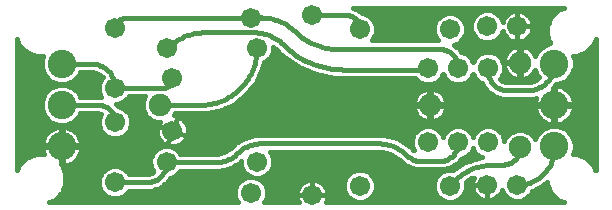
<source format=gbl>
G75*
G70*
%OFA0B0*%
%FSLAX24Y24*%
%IPPOS*%
%LPD*%
%AMOC8*
5,1,8,0,0,1.08239X$1,22.5*
%
%ADD10C,0.0670*%
%ADD11C,0.0750*%
%ADD12C,0.0950*%
%ADD13C,0.0160*%
D10*
X003645Y001050D03*
X005365Y001717D03*
X008184Y000691D03*
X010219Y000625D03*
X011810Y000928D03*
X014810Y000928D03*
X016058Y000967D03*
X017058Y000967D03*
X016082Y002373D03*
X015082Y002373D03*
X014082Y002373D03*
X008381Y001734D03*
X005562Y002760D03*
X003645Y003050D03*
X003645Y004200D03*
X005562Y004509D03*
X005365Y005513D03*
X003645Y006200D03*
X008184Y006539D03*
X010219Y006625D03*
X011810Y006145D03*
X014810Y006145D03*
X016058Y006243D03*
X017058Y006243D03*
X016082Y004853D03*
X015082Y004853D03*
X014082Y004853D03*
X008381Y005536D03*
D11*
X005149Y003625D03*
X014149Y003625D03*
X017149Y005034D03*
X017149Y002215D03*
D12*
X018290Y002247D03*
X018290Y003625D03*
X018290Y005003D03*
X001873Y005003D03*
X001873Y003625D03*
X001873Y002247D03*
D13*
X001634Y000461D02*
X001440Y000380D01*
X007738Y000380D01*
X007730Y000388D01*
X007649Y000584D01*
X007649Y000797D01*
X007730Y000994D01*
X007881Y001144D01*
X008078Y001226D01*
X008210Y001226D01*
X008078Y001280D01*
X007927Y001431D01*
X007846Y001627D01*
X007846Y001741D01*
X007805Y001700D01*
X007805Y001700D01*
X007504Y001527D01*
X007504Y001527D01*
X007168Y001437D01*
X005828Y001437D01*
X005818Y001414D01*
X005668Y001263D01*
X005483Y001187D01*
X005376Y001039D01*
X005376Y001039D01*
X005376Y001039D01*
X005133Y000863D01*
X005133Y000863D01*
X004848Y000770D01*
X004108Y000770D01*
X004098Y000747D01*
X003948Y000597D01*
X003751Y000515D01*
X003538Y000515D01*
X003342Y000597D01*
X003191Y000747D01*
X003110Y000944D01*
X003110Y001156D01*
X003191Y001353D01*
X003342Y001504D01*
X003538Y001585D01*
X003751Y001585D01*
X003948Y001504D01*
X004098Y001353D01*
X004108Y001330D01*
X004698Y001330D01*
X004759Y001335D01*
X004874Y001372D01*
X004920Y001405D01*
X004911Y001414D01*
X004830Y001610D01*
X004830Y001823D01*
X004911Y002020D01*
X005062Y002170D01*
X005259Y002252D01*
X005471Y002252D01*
X005668Y002170D01*
X005818Y002020D01*
X005828Y001997D01*
X006995Y001997D01*
X007094Y002003D01*
X007285Y002055D01*
X007457Y002154D01*
X007532Y002219D01*
X007532Y002219D01*
X007544Y002232D01*
X007571Y002259D01*
X007661Y002348D01*
X007661Y002348D01*
X007977Y002531D01*
X007977Y002531D01*
X008330Y002625D01*
X012619Y002625D01*
X013044Y002511D01*
X013425Y002291D01*
X013425Y002291D01*
X013542Y002175D01*
X013542Y002175D01*
X013581Y002136D01*
X013611Y002111D01*
X013547Y002266D01*
X013547Y002479D01*
X013628Y002676D01*
X013779Y002826D01*
X013975Y002908D01*
X014188Y002908D01*
X014385Y002826D01*
X014535Y002676D01*
X014582Y002564D01*
X014628Y002676D01*
X014779Y002826D01*
X014975Y002908D01*
X015188Y002908D01*
X015385Y002826D01*
X015535Y002676D01*
X015582Y002564D01*
X015628Y002676D01*
X015779Y002826D01*
X015975Y002908D01*
X016188Y002908D01*
X016385Y002826D01*
X016535Y002676D01*
X016617Y002479D01*
X016617Y002434D01*
X016661Y002541D01*
X016823Y002703D01*
X017034Y002790D01*
X017263Y002790D01*
X017474Y002703D01*
X017636Y002541D01*
X017659Y002486D01*
X017718Y002629D01*
X017908Y002819D01*
X018156Y002922D01*
X018425Y002922D01*
X018673Y002819D01*
X018862Y002629D01*
X018965Y002381D01*
X018965Y002113D01*
X018916Y001994D01*
X019046Y001994D01*
X019351Y001868D01*
X019584Y001634D01*
X019665Y001440D01*
X019665Y005810D01*
X019584Y005615D01*
X019351Y005382D01*
X019046Y005256D01*
X018916Y005256D01*
X018965Y005137D01*
X018965Y004869D01*
X018862Y004620D01*
X018673Y004431D01*
X018425Y004328D01*
X018355Y004328D01*
X018252Y004186D01*
X018252Y003663D01*
X018252Y003587D01*
X017635Y003587D01*
X017635Y003582D01*
X017646Y003497D01*
X017669Y003414D01*
X017702Y003335D01*
X017744Y003260D01*
X017797Y003192D01*
X017857Y003131D01*
X017926Y003079D01*
X018000Y003036D01*
X018079Y003003D01*
X018162Y002981D01*
X018247Y002970D01*
X018252Y002970D01*
X018252Y003587D01*
X018328Y003587D01*
X018328Y002970D01*
X018333Y002970D01*
X018418Y002981D01*
X018501Y003003D01*
X018581Y003036D01*
X018655Y003079D01*
X018723Y003131D01*
X018784Y003192D01*
X018836Y003260D01*
X018879Y003335D01*
X018912Y003414D01*
X018934Y003497D01*
X018945Y003582D01*
X018945Y003587D01*
X018328Y003587D01*
X018328Y003663D01*
X018252Y003663D01*
X017635Y003663D01*
X017635Y003668D01*
X017646Y003753D01*
X017669Y003836D01*
X017682Y003867D01*
X017589Y003837D01*
X016571Y003837D01*
X016295Y003926D01*
X016295Y003926D01*
X016061Y004097D01*
X016061Y004097D01*
X015891Y004331D01*
X015891Y004331D01*
X015883Y004357D01*
X015779Y004400D01*
X015628Y004550D01*
X015582Y004662D01*
X015535Y004550D01*
X015385Y004400D01*
X015188Y004318D01*
X014975Y004318D01*
X014779Y004400D01*
X014628Y004550D01*
X014582Y004662D01*
X014535Y004550D01*
X014385Y004400D01*
X014188Y004318D01*
X013975Y004318D01*
X013779Y004400D01*
X013652Y004526D01*
X010956Y004526D01*
X010350Y004646D01*
X010350Y004646D01*
X009779Y004883D01*
X009779Y004883D01*
X009266Y005226D01*
X009266Y005226D01*
X009087Y005405D01*
X009087Y005405D01*
X009047Y005444D01*
X008939Y005539D01*
X008916Y005553D01*
X008916Y005429D01*
X008834Y005232D01*
X008684Y005082D01*
X008606Y005050D01*
X008551Y004807D01*
X008551Y004807D01*
X008337Y004363D01*
X008337Y004363D01*
X008029Y003977D01*
X008029Y003977D01*
X008029Y003977D01*
X007643Y003669D01*
X007643Y003669D01*
X007198Y003455D01*
X007198Y003455D01*
X006717Y003345D01*
X005655Y003345D01*
X005636Y003299D01*
X005610Y003274D01*
X005682Y003262D01*
X005738Y003244D01*
X005562Y002760D01*
X006046Y002584D01*
X006064Y002639D01*
X006077Y002719D01*
X006077Y002800D01*
X006064Y002881D01*
X006039Y002958D01*
X006002Y003030D01*
X005955Y003095D01*
X005897Y003153D01*
X005832Y003200D01*
X005759Y003237D01*
X005738Y003244D01*
X005562Y002760D01*
X005562Y002760D01*
X005562Y002760D01*
X006046Y002584D01*
X006039Y002562D01*
X006002Y002490D01*
X005955Y002424D01*
X005897Y002367D01*
X005832Y002319D01*
X005759Y002283D01*
X005682Y002258D01*
X005602Y002245D01*
X005521Y002245D01*
X005441Y002258D01*
X005386Y002276D01*
X005562Y002760D01*
X005562Y002760D01*
X005562Y002760D01*
X005078Y002936D01*
X005059Y002881D01*
X005047Y002800D01*
X005047Y002719D01*
X005059Y002639D01*
X005085Y002562D01*
X005121Y002490D01*
X005169Y002424D01*
X005226Y002367D01*
X005292Y002319D01*
X005364Y002283D01*
X005386Y002276D01*
X005562Y002760D01*
X005078Y002936D01*
X005085Y002958D01*
X005121Y003030D01*
X005136Y003050D01*
X005034Y003050D01*
X004823Y003137D01*
X004661Y003299D01*
X004574Y003511D01*
X004574Y003739D01*
X004648Y003920D01*
X004108Y003920D01*
X004098Y003897D01*
X003948Y003746D01*
X003751Y003665D01*
X003664Y003665D01*
X003744Y003585D01*
X003751Y003585D01*
X003948Y003504D01*
X004098Y003353D01*
X004180Y003156D01*
X004180Y002944D01*
X004098Y002747D01*
X003948Y002597D01*
X003751Y002515D01*
X003538Y002515D01*
X003342Y002597D01*
X003191Y002747D01*
X003110Y002944D01*
X003110Y003156D01*
X003177Y003319D01*
X003127Y003339D01*
X003070Y003345D01*
X002488Y003345D01*
X002445Y003243D01*
X002255Y003053D01*
X002007Y002950D01*
X001739Y002950D01*
X001491Y003053D01*
X001301Y003243D01*
X001198Y003491D01*
X001198Y003759D01*
X001301Y004007D01*
X001491Y004197D01*
X001739Y004300D01*
X002007Y004300D01*
X002255Y004197D01*
X002445Y004007D01*
X002488Y003905D01*
X003188Y003905D01*
X003110Y004093D01*
X003110Y004306D01*
X003191Y004503D01*
X003231Y004543D01*
X003211Y004570D01*
X003079Y004666D01*
X002923Y004716D01*
X002841Y004723D01*
X002488Y004723D01*
X002445Y004620D01*
X002255Y004431D01*
X002007Y004328D01*
X001739Y004328D01*
X001491Y004431D01*
X001301Y004620D01*
X001198Y004869D01*
X001198Y005137D01*
X001247Y005256D01*
X000999Y005256D01*
X000694Y005382D01*
X000461Y005615D01*
X000380Y005810D01*
X000380Y001440D01*
X000461Y001634D01*
X000694Y001868D01*
X000999Y001994D01*
X001269Y001994D01*
X001251Y002036D01*
X001229Y002119D01*
X001218Y002204D01*
X001218Y002209D01*
X001835Y002209D01*
X001835Y002285D01*
X001835Y002902D01*
X001830Y002902D01*
X001745Y002891D01*
X001662Y002868D01*
X001583Y002836D01*
X001508Y002793D01*
X001440Y002740D01*
X001379Y002680D01*
X001327Y002612D01*
X001284Y002537D01*
X001251Y002458D01*
X001229Y002375D01*
X001218Y002290D01*
X001218Y002285D01*
X001835Y002285D01*
X001911Y002285D01*
X002528Y002285D01*
X002528Y002290D01*
X002517Y002375D01*
X002494Y002458D01*
X002462Y002537D01*
X002419Y002612D01*
X002366Y002680D01*
X002306Y002740D01*
X002238Y002793D01*
X002163Y002836D01*
X002084Y002868D01*
X002001Y002891D01*
X001916Y002902D01*
X001911Y002902D01*
X001911Y002285D01*
X001911Y002209D01*
X002528Y002209D01*
X002528Y002204D01*
X002517Y002119D01*
X002494Y002036D01*
X002462Y001957D01*
X002419Y001882D01*
X002366Y001814D01*
X002306Y001753D01*
X002238Y001701D01*
X002163Y001658D01*
X002084Y001625D01*
X002001Y001603D01*
X001916Y001592D01*
X001911Y001592D01*
X001911Y002209D01*
X001835Y002209D01*
X001835Y001667D01*
X001868Y001634D01*
X001994Y001329D01*
X001994Y000999D01*
X001868Y000694D01*
X001634Y000461D01*
X001671Y000497D02*
X007685Y000497D01*
X007649Y000656D02*
X004007Y000656D01*
X003283Y000656D02*
X001829Y000656D01*
X001917Y000814D02*
X003163Y000814D01*
X003110Y000973D02*
X001983Y000973D01*
X001994Y001131D02*
X003110Y001131D01*
X003165Y001290D02*
X001994Y001290D01*
X001945Y001448D02*
X003286Y001448D01*
X004003Y001448D02*
X004897Y001448D01*
X004831Y001607D02*
X002014Y001607D01*
X001911Y001607D02*
X001879Y001607D01*
X001911Y001765D02*
X001835Y001765D01*
X001835Y001924D02*
X001911Y001924D01*
X001911Y002082D02*
X001835Y002082D01*
X001835Y002241D02*
X000380Y002241D01*
X000380Y002082D02*
X001239Y002082D01*
X000829Y001924D02*
X000380Y001924D01*
X000380Y001765D02*
X000591Y001765D01*
X000449Y001607D02*
X000380Y001607D01*
X000380Y001448D02*
X000383Y001448D01*
X002317Y001765D02*
X004830Y001765D01*
X005365Y001717D02*
X005363Y001667D01*
X005358Y001618D01*
X005348Y001569D01*
X005335Y001520D01*
X005319Y001473D01*
X005299Y001428D01*
X005276Y001384D01*
X005249Y001341D01*
X005219Y001301D01*
X005187Y001263D01*
X005152Y001228D01*
X005114Y001196D01*
X005074Y001166D01*
X005032Y001139D01*
X004987Y001116D01*
X004942Y001096D01*
X004895Y001080D01*
X004846Y001067D01*
X004797Y001057D01*
X004748Y001052D01*
X004698Y001050D01*
X003645Y001050D01*
X004983Y000814D02*
X007656Y000814D01*
X007722Y000973D02*
X005285Y000973D01*
X005443Y001131D02*
X007868Y001131D01*
X008069Y001290D02*
X005694Y001290D01*
X005365Y001717D02*
X006995Y001717D01*
X007211Y001448D02*
X007920Y001448D01*
X007855Y001607D02*
X007642Y001607D01*
X008487Y001199D02*
X008684Y001280D01*
X008834Y001431D01*
X008916Y001627D01*
X008916Y001840D01*
X008834Y002037D01*
X008806Y002065D01*
X012399Y002065D01*
X012544Y002056D01*
X012824Y001981D01*
X013076Y001836D01*
X013185Y001740D01*
X013312Y001612D01*
X013645Y001475D01*
X014606Y001475D01*
X014876Y001563D01*
X014876Y001563D01*
X015106Y001730D01*
X015106Y001730D01*
X015185Y001838D01*
X015188Y001838D01*
X015385Y001919D01*
X015535Y002070D01*
X015582Y002182D01*
X015628Y002070D01*
X015779Y001919D01*
X015870Y001882D01*
X015638Y001836D01*
X015253Y001676D01*
X014927Y001458D01*
X014916Y001463D01*
X014704Y001463D01*
X014507Y001382D01*
X014356Y001231D01*
X014275Y001034D01*
X014275Y000822D01*
X014356Y000625D01*
X014507Y000474D01*
X014704Y000393D01*
X014916Y000393D01*
X015113Y000474D01*
X015263Y000625D01*
X015345Y000822D01*
X015345Y001034D01*
X015338Y001051D01*
X015522Y001173D01*
X015602Y001206D01*
X015581Y001165D01*
X015556Y001088D01*
X015543Y001008D01*
X015543Y000967D01*
X015543Y000927D01*
X015556Y000847D01*
X015581Y000770D01*
X015617Y000697D01*
X015665Y000632D01*
X015722Y000575D01*
X015788Y000527D01*
X015860Y000490D01*
X015937Y000465D01*
X016017Y000452D01*
X016058Y000452D01*
X016098Y000452D01*
X016179Y000465D01*
X016256Y000490D01*
X016328Y000527D01*
X016393Y000575D01*
X016451Y000632D01*
X016498Y000697D01*
X016535Y000770D01*
X016546Y000804D01*
X016604Y000664D01*
X016755Y000514D01*
X016952Y000432D01*
X017164Y000432D01*
X017361Y000514D01*
X017512Y000664D01*
X017554Y000767D01*
X017642Y000790D01*
X017987Y000990D01*
X018051Y001054D01*
X018051Y000999D01*
X018177Y000694D01*
X018411Y000461D01*
X018605Y000380D01*
X010673Y000380D01*
X010697Y000427D01*
X010722Y000504D01*
X010734Y000584D01*
X010734Y000625D01*
X010734Y000665D01*
X010722Y000745D01*
X010697Y000823D01*
X010660Y000895D01*
X010612Y000960D01*
X010555Y001018D01*
X010489Y001065D01*
X010417Y001102D01*
X010340Y001127D01*
X010260Y001140D01*
X010219Y001140D01*
X010179Y001140D01*
X010099Y001127D01*
X010022Y001102D01*
X009949Y001065D01*
X009884Y001018D01*
X009827Y000960D01*
X009779Y000895D01*
X009742Y000823D01*
X009717Y000745D01*
X009704Y000665D01*
X009704Y000625D01*
X010219Y000625D01*
X010219Y000625D01*
X009704Y000625D01*
X009704Y000584D01*
X009717Y000504D01*
X009742Y000427D01*
X009766Y000380D01*
X008630Y000380D01*
X008638Y000388D01*
X008719Y000584D01*
X008719Y000797D01*
X008638Y000994D01*
X008487Y001144D01*
X008355Y001199D01*
X008487Y001199D01*
X007729Y002022D02*
X007774Y002064D01*
X007822Y002104D01*
X007871Y002142D01*
X007923Y002176D01*
X007977Y002208D01*
X008032Y002236D01*
X008088Y002262D01*
X008146Y002284D01*
X008206Y002303D01*
X008266Y002318D01*
X008327Y002330D01*
X008388Y002339D01*
X008450Y002344D01*
X008512Y002346D01*
X008512Y002345D02*
X012399Y002345D01*
X012872Y002558D02*
X013579Y002558D01*
X013547Y002399D02*
X013239Y002399D01*
X013383Y001938D02*
X013419Y001905D01*
X013457Y001874D01*
X013498Y001847D01*
X013541Y001823D01*
X013585Y001802D01*
X013631Y001786D01*
X013678Y001772D01*
X013726Y001763D01*
X013775Y001757D01*
X013824Y001755D01*
X014463Y001755D01*
X014937Y001607D02*
X015149Y001607D01*
X015253Y001676D02*
X015253Y001676D01*
X015132Y001765D02*
X015467Y001765D01*
X015638Y001836D02*
X015638Y001836D01*
X015774Y001924D02*
X015389Y001924D01*
X015540Y002082D02*
X015623Y002082D01*
X015106Y001730D02*
X015106Y001730D01*
X014667Y001448D02*
X011953Y001448D01*
X011916Y001463D02*
X011704Y001463D01*
X011507Y001382D01*
X011356Y001231D01*
X011275Y001034D01*
X011275Y000822D01*
X011356Y000625D01*
X011507Y000474D01*
X011704Y000393D01*
X011916Y000393D01*
X012113Y000474D01*
X012263Y000625D01*
X012345Y000822D01*
X012345Y001034D01*
X012263Y001231D01*
X012113Y001382D01*
X011916Y001463D01*
X011667Y001448D02*
X008842Y001448D01*
X008693Y001290D02*
X011415Y001290D01*
X011315Y001131D02*
X010316Y001131D01*
X010219Y001131D02*
X010219Y001131D01*
X010219Y001140D02*
X010219Y000625D01*
X010219Y001140D01*
X010123Y001131D02*
X008500Y001131D01*
X008646Y000973D02*
X009839Y000973D01*
X010219Y000973D02*
X010219Y000973D01*
X010219Y000814D02*
X010219Y000814D01*
X010219Y000656D02*
X010219Y000656D01*
X010219Y000625D02*
X010219Y000625D01*
X010734Y000625D01*
X010219Y000625D01*
X010219Y000625D01*
X009704Y000656D02*
X008719Y000656D01*
X008712Y000814D02*
X009739Y000814D01*
X010600Y000973D02*
X011275Y000973D01*
X011278Y000814D02*
X010699Y000814D01*
X010734Y000656D02*
X011344Y000656D01*
X011484Y000497D02*
X010719Y000497D01*
X009719Y000497D02*
X008683Y000497D01*
X008907Y001607D02*
X013327Y001607D01*
X013312Y001612D02*
X013312Y001612D01*
X013156Y001765D02*
X008916Y001765D01*
X008881Y001924D02*
X012923Y001924D01*
X013476Y002241D02*
X013557Y002241D01*
X014463Y001755D02*
X014511Y001757D01*
X014560Y001763D01*
X014607Y001772D01*
X014654Y001785D01*
X014699Y001802D01*
X014744Y001822D01*
X014786Y001846D01*
X014826Y001873D01*
X014864Y001903D01*
X014900Y001936D01*
X014933Y001972D01*
X014963Y002010D01*
X014990Y002050D01*
X015014Y002092D01*
X015034Y002137D01*
X015051Y002182D01*
X015064Y002229D01*
X015073Y002276D01*
X015079Y002325D01*
X015081Y002373D01*
X014668Y002716D02*
X014495Y002716D01*
X014269Y002875D02*
X014895Y002875D01*
X015269Y002875D02*
X015895Y002875D01*
X015668Y002716D02*
X015495Y002716D01*
X016269Y002875D02*
X018041Y002875D01*
X018008Y003033D02*
X006000Y003033D01*
X005661Y003033D02*
X005661Y003033D01*
X005603Y002875D02*
X005603Y002875D01*
X005247Y002875D02*
X005247Y002875D01*
X005059Y002875D02*
X004151Y002875D01*
X004180Y003033D02*
X005124Y003033D01*
X004769Y003192D02*
X004165Y003192D01*
X004099Y003350D02*
X004640Y003350D01*
X004574Y003509D02*
X003936Y003509D01*
X003757Y003667D02*
X004574Y003667D01*
X004609Y003826D02*
X004027Y003826D01*
X003645Y004200D02*
X005252Y004200D01*
X005252Y004199D02*
X005284Y004201D01*
X005316Y004206D01*
X005348Y004214D01*
X005378Y004226D01*
X005407Y004241D01*
X005434Y004258D01*
X005459Y004279D01*
X005482Y004302D01*
X005503Y004327D01*
X005520Y004354D01*
X005535Y004383D01*
X005547Y004413D01*
X005555Y004445D01*
X005560Y004477D01*
X005562Y004509D01*
X005365Y005513D02*
X005429Y005575D01*
X005497Y005633D01*
X005567Y005688D01*
X005640Y005739D01*
X005716Y005787D01*
X005794Y005831D01*
X005873Y005871D01*
X005955Y005908D01*
X006038Y005940D01*
X006123Y005968D01*
X006209Y005991D01*
X006296Y006011D01*
X006384Y006026D01*
X006473Y006037D01*
X006562Y006044D01*
X006651Y006046D01*
X008270Y006046D01*
X008184Y006519D02*
X008184Y006539D01*
X008517Y006539D01*
X008184Y006519D02*
X003963Y006519D01*
X003930Y006517D01*
X003897Y006512D01*
X003864Y006503D01*
X003833Y006491D01*
X003804Y006476D01*
X003775Y006458D01*
X003750Y006437D01*
X003726Y006413D01*
X003705Y006388D01*
X003687Y006360D01*
X003672Y006330D01*
X003660Y006299D01*
X003651Y006266D01*
X003646Y006233D01*
X003644Y006200D01*
X001246Y005252D02*
X000380Y005252D01*
X000380Y005094D02*
X001198Y005094D01*
X001198Y004935D02*
X000380Y004935D01*
X000380Y004777D02*
X001236Y004777D01*
X001303Y004618D02*
X000380Y004618D01*
X000380Y004460D02*
X001462Y004460D01*
X001436Y004143D02*
X000380Y004143D01*
X000380Y004301D02*
X003110Y004301D01*
X003110Y004143D02*
X002310Y004143D01*
X002455Y003984D02*
X003155Y003984D01*
X003644Y004200D02*
X003642Y004255D01*
X003637Y004309D01*
X003627Y004363D01*
X003614Y004417D01*
X003598Y004469D01*
X003578Y004520D01*
X003554Y004569D01*
X003527Y004617D01*
X003497Y004663D01*
X003464Y004707D01*
X003428Y004748D01*
X003389Y004787D01*
X003348Y004823D01*
X003304Y004856D01*
X003258Y004886D01*
X003210Y004913D01*
X003161Y004937D01*
X003110Y004957D01*
X003058Y004973D01*
X003004Y004986D01*
X002950Y004996D01*
X002896Y005001D01*
X002841Y005003D01*
X001873Y005003D01*
X002443Y004618D02*
X003145Y004618D01*
X003173Y004460D02*
X002284Y004460D01*
X001291Y003984D02*
X000380Y003984D01*
X000380Y003826D02*
X001225Y003826D01*
X001198Y003667D02*
X000380Y003667D01*
X000380Y003509D02*
X001198Y003509D01*
X001256Y003350D02*
X000380Y003350D01*
X000380Y003192D02*
X001352Y003192D01*
X001538Y003033D02*
X000380Y003033D01*
X000380Y002875D02*
X001684Y002875D01*
X001835Y002875D02*
X001911Y002875D01*
X002061Y002875D02*
X003138Y002875D01*
X003110Y003033D02*
X002208Y003033D01*
X002394Y003192D02*
X003124Y003192D01*
X003070Y003625D02*
X003115Y003623D01*
X003160Y003618D01*
X003204Y003609D01*
X003248Y003597D01*
X003290Y003581D01*
X003331Y003562D01*
X003370Y003540D01*
X003408Y003515D01*
X003443Y003487D01*
X003477Y003457D01*
X003507Y003423D01*
X003535Y003388D01*
X003560Y003350D01*
X003582Y003311D01*
X003601Y003270D01*
X003617Y003228D01*
X003629Y003184D01*
X003638Y003140D01*
X003643Y003095D01*
X003645Y003050D01*
X004067Y002716D02*
X005047Y002716D01*
X005087Y002558D02*
X003853Y002558D01*
X003436Y002558D02*
X002450Y002558D01*
X002510Y002399D02*
X005194Y002399D01*
X005430Y002399D02*
X005430Y002399D01*
X005488Y002558D02*
X005488Y002558D01*
X005546Y002716D02*
X005546Y002716D01*
X005683Y002716D02*
X005683Y002716D01*
X006037Y002558D02*
X008077Y002558D01*
X007749Y002399D02*
X005929Y002399D01*
X005498Y002241D02*
X007553Y002241D01*
X007333Y002082D02*
X005756Y002082D01*
X005232Y002241D02*
X001911Y002241D01*
X001873Y002247D02*
X005049Y002247D01*
X004974Y002082D02*
X002507Y002082D01*
X002443Y001924D02*
X004872Y001924D01*
X006076Y002716D02*
X013668Y002716D01*
X013895Y002875D02*
X006065Y002875D01*
X006995Y001717D02*
X007058Y001719D01*
X007120Y001725D01*
X007182Y001734D01*
X007244Y001747D01*
X007304Y001764D01*
X007364Y001785D01*
X007422Y001809D01*
X007478Y001836D01*
X007533Y001867D01*
X007586Y001901D01*
X007636Y001938D01*
X007685Y001979D01*
X007730Y002022D01*
X005844Y003192D02*
X013801Y003192D01*
X013787Y003202D02*
X013858Y003150D01*
X013935Y003111D01*
X014019Y003084D01*
X014105Y003070D01*
X014129Y003070D01*
X014129Y003605D01*
X014169Y003605D01*
X014169Y003645D01*
X014704Y003645D01*
X014704Y003669D01*
X014690Y003755D01*
X014663Y003838D01*
X014623Y003916D01*
X014572Y003986D01*
X014510Y004048D01*
X014439Y004100D01*
X014362Y004139D01*
X014278Y004166D01*
X014192Y004180D01*
X014169Y004180D01*
X014169Y003645D01*
X014129Y003645D01*
X014129Y004180D01*
X014105Y004180D01*
X014019Y004166D01*
X013935Y004139D01*
X013858Y004100D01*
X013787Y004048D01*
X013725Y003986D01*
X013674Y003916D01*
X013634Y003838D01*
X013607Y003755D01*
X013594Y003669D01*
X013594Y003645D01*
X014128Y003645D01*
X014128Y003605D01*
X013594Y003605D01*
X013594Y003581D01*
X013607Y003495D01*
X013634Y003412D01*
X013674Y003334D01*
X013725Y003263D01*
X013787Y003202D01*
X013666Y003350D02*
X006739Y003350D01*
X007310Y003509D02*
X013605Y003509D01*
X013594Y003667D02*
X007639Y003667D01*
X007839Y003826D02*
X013630Y003826D01*
X013723Y003984D02*
X008035Y003984D01*
X008161Y004143D02*
X013946Y004143D01*
X014129Y004143D02*
X014169Y004143D01*
X014351Y004143D02*
X016028Y004143D01*
X016061Y004097D02*
X016061Y004097D01*
X016216Y003984D02*
X014574Y003984D01*
X014667Y003826D02*
X017666Y003826D01*
X017635Y003667D02*
X014704Y003667D01*
X014704Y003605D02*
X014169Y003605D01*
X014169Y003070D01*
X014192Y003070D01*
X014278Y003084D01*
X014362Y003111D01*
X014439Y003150D01*
X014510Y003202D01*
X014572Y003263D01*
X014623Y003334D01*
X014663Y003412D01*
X014690Y003495D01*
X014704Y003581D01*
X014704Y003605D01*
X014692Y003509D02*
X017645Y003509D01*
X017695Y003350D02*
X014631Y003350D01*
X014496Y003192D02*
X017797Y003192D01*
X018252Y003192D02*
X018328Y003192D01*
X018328Y003350D02*
X018252Y003350D01*
X018252Y003509D02*
X018328Y003509D01*
X018290Y003625D02*
X014149Y003625D01*
X014129Y003667D02*
X014169Y003667D01*
X014169Y003509D02*
X014129Y003509D01*
X014129Y003350D02*
X014169Y003350D01*
X014169Y003192D02*
X014129Y003192D01*
X014129Y003826D02*
X014169Y003826D01*
X014169Y003984D02*
X014129Y003984D01*
X014444Y004460D02*
X014719Y004460D01*
X014600Y004618D02*
X014563Y004618D01*
X015082Y004853D02*
X015080Y004901D01*
X015075Y004949D01*
X015066Y004996D01*
X015053Y005042D01*
X015038Y005088D01*
X015018Y005132D01*
X014996Y005174D01*
X014970Y005215D01*
X014942Y005253D01*
X014911Y005290D01*
X014877Y005324D01*
X014840Y005355D01*
X014802Y005383D01*
X014761Y005409D01*
X014719Y005431D01*
X014675Y005451D01*
X014629Y005466D01*
X014583Y005479D01*
X014536Y005488D01*
X014488Y005493D01*
X014440Y005495D01*
X011039Y005495D01*
X012197Y005775D02*
X012263Y005842D01*
X012345Y006038D01*
X012345Y006251D01*
X012263Y006448D01*
X012113Y006598D01*
X011916Y006680D01*
X011870Y006680D01*
X011760Y006789D01*
X011566Y006870D01*
X018605Y006870D01*
X018411Y006789D01*
X018177Y006556D01*
X018051Y006251D01*
X018051Y005920D01*
X018152Y005676D01*
X017908Y005575D01*
X017718Y005385D01*
X017662Y005249D01*
X017623Y005325D01*
X017572Y005396D01*
X017510Y005458D01*
X017439Y005509D01*
X017362Y005549D01*
X017278Y005576D01*
X017192Y005589D01*
X017169Y005589D01*
X017169Y005054D01*
X017129Y005054D01*
X017129Y005589D01*
X017105Y005589D01*
X017019Y005576D01*
X016935Y005549D01*
X016858Y005509D01*
X016787Y005458D01*
X016725Y005396D01*
X016674Y005325D01*
X016634Y005247D01*
X016607Y005164D01*
X016594Y005078D01*
X016594Y005054D01*
X017128Y005054D01*
X017128Y005014D01*
X016594Y005014D01*
X016535Y005156D01*
X016385Y005307D01*
X016188Y005388D01*
X015975Y005388D01*
X015779Y005307D01*
X015628Y005156D01*
X015582Y005044D01*
X015535Y005156D01*
X015385Y005307D01*
X015192Y005387D01*
X015100Y005513D01*
X015100Y005513D01*
X015100Y005513D01*
X014949Y005623D01*
X015113Y005691D01*
X015263Y005842D01*
X015345Y006038D01*
X015345Y006251D01*
X015263Y006448D01*
X015113Y006598D01*
X014916Y006680D01*
X014704Y006680D01*
X014507Y006598D01*
X014356Y006448D01*
X014275Y006251D01*
X014275Y006038D01*
X014356Y005842D01*
X014423Y005775D01*
X012197Y005775D01*
X012282Y005886D02*
X014338Y005886D01*
X014275Y006045D02*
X012345Y006045D01*
X012345Y006203D02*
X014275Y006203D01*
X014321Y006362D02*
X012299Y006362D01*
X012191Y006520D02*
X014429Y006520D01*
X014701Y006679D02*
X011919Y006679D01*
X011760Y006789D02*
X011760Y006789D01*
X011645Y006837D02*
X018526Y006837D01*
X018300Y006679D02*
X017335Y006679D01*
X017328Y006683D02*
X017256Y006720D01*
X017179Y006745D01*
X017098Y006758D01*
X017058Y006758D01*
X017058Y006243D01*
X017573Y006243D01*
X017573Y006284D01*
X017560Y006364D01*
X017535Y006441D01*
X017498Y006513D01*
X017451Y006578D01*
X017393Y006636D01*
X017328Y006683D01*
X017058Y006679D02*
X017058Y006679D01*
X017058Y006758D02*
X017017Y006758D01*
X016937Y006745D01*
X016860Y006720D01*
X016788Y006683D01*
X016722Y006636D01*
X016665Y006578D01*
X016617Y006513D01*
X016581Y006441D01*
X016569Y006406D01*
X016512Y006546D01*
X016361Y006697D01*
X016164Y006778D01*
X015952Y006778D01*
X015755Y006697D01*
X015604Y006546D01*
X015523Y006349D01*
X015523Y006137D01*
X015604Y005940D01*
X015755Y005789D01*
X015952Y005708D01*
X016164Y005708D01*
X016361Y005789D01*
X016512Y005940D01*
X016569Y006080D01*
X016581Y006045D01*
X016617Y005973D01*
X016665Y005907D01*
X016722Y005850D01*
X016788Y005803D01*
X016860Y005766D01*
X016937Y005741D01*
X017017Y005728D01*
X017058Y005728D01*
X017098Y005728D01*
X017179Y005741D01*
X017256Y005766D01*
X017328Y005803D01*
X017393Y005850D01*
X017451Y005907D01*
X017498Y005973D01*
X017535Y006045D01*
X017560Y006122D01*
X017573Y006202D01*
X017573Y006243D01*
X017058Y006243D01*
X017058Y006243D01*
X017058Y006243D01*
X017058Y005728D01*
X017058Y006243D01*
X017058Y006243D01*
X017058Y006758D01*
X016781Y006679D02*
X016379Y006679D01*
X016522Y006520D02*
X016623Y006520D01*
X017058Y006520D02*
X017058Y006520D01*
X017058Y006362D02*
X017058Y006362D01*
X017058Y006203D02*
X017058Y006203D01*
X017058Y006045D02*
X017058Y006045D01*
X017058Y005886D02*
X017058Y005886D01*
X017429Y005886D02*
X018065Y005886D01*
X018051Y006045D02*
X017535Y006045D01*
X017573Y006203D02*
X018051Y006203D01*
X018097Y006362D02*
X017561Y006362D01*
X017493Y006520D02*
X018162Y006520D01*
X016687Y005886D02*
X016458Y005886D01*
X016555Y006045D02*
X016581Y006045D01*
X016211Y005728D02*
X018131Y005728D01*
X017902Y005569D02*
X017299Y005569D01*
X017169Y005569D02*
X017129Y005569D01*
X016998Y005569D02*
X015023Y005569D01*
X015174Y005411D02*
X016740Y005411D01*
X016637Y005252D02*
X016439Y005252D01*
X016561Y005094D02*
X016596Y005094D01*
X016617Y004875D02*
X016634Y004821D01*
X016674Y004743D01*
X016725Y004673D01*
X016787Y004611D01*
X016858Y004560D01*
X016935Y004520D01*
X017019Y004493D01*
X017105Y004479D01*
X017129Y004479D01*
X017129Y005014D01*
X017169Y005014D01*
X017169Y004479D01*
X017192Y004479D01*
X017278Y004493D01*
X017362Y004520D01*
X017439Y004560D01*
X017510Y004611D01*
X017572Y004673D01*
X017623Y004743D01*
X017647Y004791D01*
X017718Y004620D01*
X017793Y004546D01*
X017679Y004463D01*
X017499Y004404D01*
X017404Y004397D01*
X016715Y004397D01*
X016660Y004401D01*
X016555Y004436D01*
X016477Y004492D01*
X016535Y004550D01*
X016617Y004747D01*
X016617Y004875D01*
X016617Y004777D02*
X016657Y004777D01*
X016081Y004751D02*
X016083Y004704D01*
X016088Y004657D01*
X016097Y004610D01*
X016109Y004564D01*
X016125Y004519D01*
X016144Y004476D01*
X016166Y004434D01*
X016191Y004394D01*
X016219Y004356D01*
X016250Y004320D01*
X016284Y004286D01*
X016320Y004255D01*
X016358Y004227D01*
X016398Y004202D01*
X016440Y004180D01*
X016483Y004161D01*
X016528Y004145D01*
X016574Y004133D01*
X016621Y004124D01*
X016668Y004119D01*
X016715Y004117D01*
X017404Y004117D01*
X017669Y004460D02*
X016522Y004460D01*
X016563Y004618D02*
X016780Y004618D01*
X017129Y004618D02*
X017169Y004618D01*
X017169Y004777D02*
X017129Y004777D01*
X017517Y004618D02*
X017720Y004618D01*
X017653Y004777D02*
X017640Y004777D01*
X017169Y004935D02*
X017129Y004935D01*
X017404Y004117D02*
X017462Y004119D01*
X017520Y004125D01*
X017577Y004134D01*
X017633Y004147D01*
X017689Y004164D01*
X017743Y004184D01*
X017796Y004208D01*
X017847Y004236D01*
X017896Y004266D01*
X017943Y004300D01*
X017988Y004337D01*
X018030Y004377D01*
X018070Y004419D01*
X018107Y004464D01*
X018141Y004511D01*
X018171Y004560D01*
X018199Y004611D01*
X018223Y004664D01*
X018243Y004718D01*
X018260Y004774D01*
X018273Y004830D01*
X018282Y004887D01*
X018288Y004945D01*
X018290Y005003D01*
X017663Y005252D02*
X017660Y005252D01*
X017743Y005411D02*
X017557Y005411D01*
X017169Y005411D02*
X017129Y005411D01*
X017129Y005252D02*
X017169Y005252D01*
X017169Y005094D02*
X017129Y005094D01*
X016082Y004853D02*
X016082Y004751D01*
X015600Y004618D02*
X015563Y004618D01*
X015444Y004460D02*
X015719Y004460D01*
X015913Y004301D02*
X008288Y004301D01*
X008383Y004460D02*
X013719Y004460D01*
X014034Y004806D02*
X011264Y004806D01*
X010493Y004618D02*
X008460Y004618D01*
X009245Y005643D02*
X009193Y005693D01*
X009138Y005740D01*
X009081Y005784D01*
X009021Y005825D01*
X008959Y005862D01*
X008896Y005897D01*
X008831Y005928D01*
X008764Y005955D01*
X008696Y005980D01*
X008627Y006000D01*
X008557Y006017D01*
X008486Y006030D01*
X008414Y006039D01*
X008342Y006045D01*
X008270Y006047D01*
X008908Y005411D02*
X009081Y005411D01*
X009240Y005252D02*
X008843Y005252D01*
X008695Y005094D02*
X009464Y005094D01*
X009701Y004935D02*
X008580Y004935D01*
X009640Y006075D02*
X009583Y006129D01*
X009524Y006180D01*
X009463Y006227D01*
X009399Y006272D01*
X009333Y006314D01*
X009266Y006352D01*
X009196Y006388D01*
X009125Y006419D01*
X009052Y006447D01*
X008978Y006472D01*
X008903Y006492D01*
X008827Y006509D01*
X008750Y006523D01*
X008673Y006532D01*
X008595Y006538D01*
X008517Y006540D01*
X010219Y006625D02*
X011330Y006625D01*
X011372Y006623D01*
X011413Y006618D01*
X011454Y006609D01*
X011494Y006596D01*
X011533Y006580D01*
X011570Y006561D01*
X011605Y006538D01*
X011639Y006513D01*
X011669Y006484D01*
X011698Y006454D01*
X011723Y006420D01*
X011746Y006385D01*
X011765Y006348D01*
X011781Y006309D01*
X011794Y006269D01*
X011803Y006228D01*
X011808Y006187D01*
X011810Y006145D01*
X011039Y005495D02*
X010942Y005497D01*
X010845Y005505D01*
X010749Y005516D01*
X010653Y005533D01*
X010558Y005554D01*
X010465Y005580D01*
X010373Y005611D01*
X010282Y005646D01*
X010193Y005685D01*
X010107Y005729D01*
X010022Y005776D01*
X009940Y005828D01*
X009861Y005884D01*
X009784Y005944D01*
X009711Y006007D01*
X009640Y006074D01*
X009245Y005643D02*
X009340Y005551D01*
X009439Y005465D01*
X009543Y005383D01*
X009650Y005306D01*
X009761Y005234D01*
X009874Y005167D01*
X009991Y005105D01*
X010110Y005049D01*
X010232Y004999D01*
X010356Y004954D01*
X010482Y004915D01*
X010610Y004882D01*
X010739Y004855D01*
X010869Y004833D01*
X011000Y004818D01*
X011132Y004809D01*
X011264Y004806D01*
X010036Y004777D02*
X008536Y004777D01*
X008381Y005536D02*
X008379Y005445D01*
X008372Y005354D01*
X008362Y005264D01*
X008346Y005174D01*
X008327Y005085D01*
X008304Y004998D01*
X008276Y004911D01*
X008244Y004826D01*
X008208Y004742D01*
X008169Y004660D01*
X008125Y004581D01*
X008078Y004503D01*
X008027Y004428D01*
X007972Y004355D01*
X007914Y004285D01*
X007853Y004217D01*
X007789Y004153D01*
X007721Y004092D01*
X007651Y004034D01*
X007578Y003979D01*
X007503Y003928D01*
X007426Y003881D01*
X007346Y003837D01*
X007264Y003798D01*
X007180Y003762D01*
X007095Y003730D01*
X007008Y003702D01*
X006921Y003679D01*
X006832Y003660D01*
X006742Y003644D01*
X006652Y003634D01*
X006561Y003627D01*
X006470Y003625D01*
X005149Y003625D01*
X005719Y003192D02*
X005719Y003192D01*
X003222Y002716D02*
X002330Y002716D01*
X001911Y002716D02*
X001835Y002716D01*
X001835Y002558D02*
X001911Y002558D01*
X001911Y002399D02*
X001835Y002399D01*
X001296Y002558D02*
X000380Y002558D01*
X000380Y002716D02*
X001416Y002716D01*
X001236Y002399D02*
X000380Y002399D01*
X001873Y003625D02*
X003070Y003625D01*
X000666Y005411D02*
X000380Y005411D01*
X000380Y005569D02*
X000507Y005569D01*
X000414Y005728D02*
X000380Y005728D01*
X012205Y001290D02*
X014415Y001290D01*
X014315Y001131D02*
X012305Y001131D01*
X012345Y000973D02*
X014275Y000973D01*
X014278Y000814D02*
X012342Y000814D01*
X013383Y001937D02*
X013330Y001987D01*
X013275Y002035D01*
X013217Y002079D01*
X013157Y002120D01*
X013095Y002159D01*
X013031Y002193D01*
X012965Y002225D01*
X012898Y002253D01*
X012829Y002277D01*
X012759Y002298D01*
X012688Y002315D01*
X012617Y002328D01*
X012545Y002337D01*
X012472Y002343D01*
X012399Y002345D01*
X014810Y000952D02*
X014958Y001100D01*
X014810Y000952D02*
X014810Y000928D01*
X015345Y000973D02*
X015543Y000973D01*
X015543Y000967D02*
X016058Y000967D01*
X016058Y000452D01*
X016058Y000967D01*
X016058Y000967D01*
X015543Y000967D01*
X015566Y000814D02*
X015342Y000814D01*
X015276Y000656D02*
X015648Y000656D01*
X016058Y000656D02*
X016058Y000656D01*
X016058Y000814D02*
X016058Y000814D01*
X016058Y000967D02*
X016058Y000967D01*
X015570Y001131D02*
X015459Y001131D01*
X016468Y000656D02*
X016613Y000656D01*
X016796Y000497D02*
X016269Y000497D01*
X016058Y000497D02*
X016058Y000497D01*
X015847Y000497D02*
X015135Y000497D01*
X014484Y000497D02*
X012135Y000497D01*
X012276Y000656D02*
X014344Y000656D01*
X014959Y001100D02*
X015020Y001159D01*
X015084Y001214D01*
X015150Y001267D01*
X015219Y001316D01*
X015290Y001363D01*
X015363Y001405D01*
X015437Y001445D01*
X015514Y001481D01*
X015592Y001513D01*
X015672Y001542D01*
X015753Y001567D01*
X015835Y001588D01*
X015917Y001606D01*
X016001Y001619D01*
X016085Y001629D01*
X016169Y001635D01*
X016254Y001637D01*
X016570Y001637D01*
X016570Y001636D02*
X016615Y001638D01*
X016661Y001643D01*
X016705Y001652D01*
X016749Y001664D01*
X016792Y001680D01*
X016833Y001699D01*
X016873Y001721D01*
X016910Y001747D01*
X016946Y001775D01*
X016979Y001806D01*
X017010Y001839D01*
X017038Y001875D01*
X017064Y001912D01*
X017086Y001952D01*
X017105Y001993D01*
X017121Y002036D01*
X017133Y002080D01*
X017142Y002124D01*
X017147Y002170D01*
X017149Y002215D01*
X018290Y002200D02*
X018288Y002131D01*
X018282Y002062D01*
X018273Y001994D01*
X018259Y001926D01*
X018242Y001859D01*
X018221Y001793D01*
X018196Y001729D01*
X018168Y001665D01*
X018136Y001604D01*
X018101Y001545D01*
X018063Y001487D01*
X018021Y001432D01*
X017977Y001379D01*
X017929Y001329D01*
X017879Y001281D01*
X017826Y001237D01*
X017771Y001195D01*
X017713Y001157D01*
X017654Y001122D01*
X017593Y001090D01*
X017529Y001062D01*
X017465Y001037D01*
X017399Y001016D01*
X017332Y000999D01*
X017264Y000985D01*
X017196Y000976D01*
X017127Y000970D01*
X017058Y000968D01*
X017642Y000790D02*
X017642Y000790D01*
X017682Y000814D02*
X018128Y000814D01*
X018062Y000973D02*
X017957Y000973D01*
X017987Y000990D02*
X017987Y000990D01*
X018216Y000656D02*
X017503Y000656D01*
X017320Y000497D02*
X018374Y000497D01*
X019662Y001448D02*
X019665Y001448D01*
X019665Y001607D02*
X019596Y001607D01*
X019665Y001765D02*
X019454Y001765D01*
X019665Y001924D02*
X019216Y001924D01*
X018953Y002082D02*
X019665Y002082D01*
X019665Y002241D02*
X018965Y002241D01*
X018958Y002399D02*
X019665Y002399D01*
X019665Y002558D02*
X018892Y002558D01*
X018776Y002716D02*
X019665Y002716D01*
X019665Y002875D02*
X018539Y002875D01*
X018573Y003033D02*
X019665Y003033D01*
X019665Y003192D02*
X018783Y003192D01*
X018885Y003350D02*
X019665Y003350D01*
X019665Y003509D02*
X018936Y003509D01*
X018945Y003663D02*
X018945Y003668D01*
X018934Y003753D01*
X018912Y003836D01*
X018879Y003915D01*
X018836Y003990D01*
X018784Y004058D01*
X018723Y004118D01*
X018655Y004171D01*
X018581Y004214D01*
X018501Y004246D01*
X018418Y004269D01*
X018333Y004280D01*
X018328Y004280D01*
X018328Y003663D01*
X018945Y003663D01*
X018945Y003667D02*
X019665Y003667D01*
X019665Y003826D02*
X018915Y003826D01*
X018839Y003984D02*
X019665Y003984D01*
X019665Y004143D02*
X018692Y004143D01*
X018328Y004143D02*
X018252Y004143D01*
X018336Y004301D02*
X019665Y004301D01*
X019665Y004460D02*
X018702Y004460D01*
X018860Y004618D02*
X019665Y004618D01*
X019665Y004777D02*
X018927Y004777D01*
X018965Y004935D02*
X019665Y004935D01*
X019665Y005094D02*
X018965Y005094D01*
X018918Y005252D02*
X019665Y005252D01*
X019665Y005411D02*
X019379Y005411D01*
X019538Y005569D02*
X019665Y005569D01*
X019665Y005728D02*
X019631Y005728D01*
X015904Y005728D02*
X015149Y005728D01*
X015282Y005886D02*
X015658Y005886D01*
X015561Y006045D02*
X015345Y006045D01*
X015345Y006203D02*
X015523Y006203D01*
X015528Y006362D02*
X015299Y006362D01*
X015191Y006520D02*
X015594Y006520D01*
X015737Y006679D02*
X014919Y006679D01*
X015439Y005252D02*
X015724Y005252D01*
X015602Y005094D02*
X015561Y005094D01*
X014081Y004853D02*
X014079Y004841D01*
X014075Y004830D01*
X014067Y004820D01*
X014058Y004812D01*
X014046Y004808D01*
X014034Y004806D01*
X018252Y003984D02*
X018328Y003984D01*
X018328Y003826D02*
X018252Y003826D01*
X018252Y003667D02*
X018328Y003667D01*
X018328Y003033D02*
X018252Y003033D01*
X017805Y002716D02*
X017443Y002716D01*
X017620Y002558D02*
X017688Y002558D01*
X016854Y002716D02*
X016495Y002716D01*
X016584Y002558D02*
X016677Y002558D01*
X018290Y002247D02*
X018290Y002200D01*
M02*

</source>
